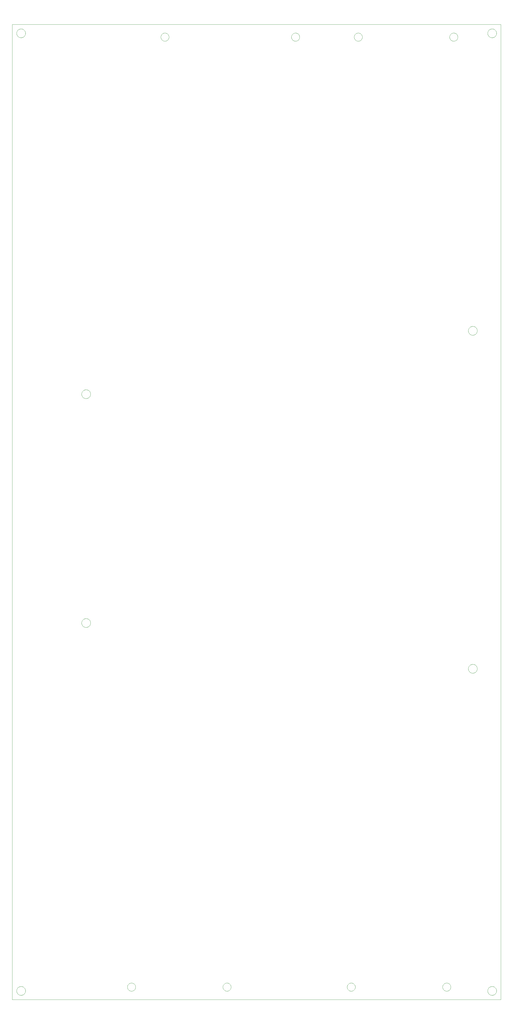
<source format=gm1>
G75*
G70*
%OFA0B0*%
%FSLAX24Y24*%
%IPPOS*%
%LPD*%
%AMOC8*
5,1,8,0,0,1.08239X$1,22.5*
%
%ADD10C,0.0000*%
D10*
X000100Y002625D02*
X000100Y141125D01*
X069600Y141125D01*
X069600Y002625D01*
X000100Y002625D01*
X000720Y003875D02*
X000722Y003925D01*
X000728Y003975D01*
X000738Y004024D01*
X000752Y004072D01*
X000769Y004119D01*
X000790Y004164D01*
X000815Y004208D01*
X000843Y004249D01*
X000875Y004288D01*
X000909Y004325D01*
X000946Y004359D01*
X000986Y004389D01*
X001028Y004416D01*
X001072Y004440D01*
X001118Y004461D01*
X001165Y004477D01*
X001213Y004490D01*
X001263Y004499D01*
X001312Y004504D01*
X001363Y004505D01*
X001413Y004502D01*
X001462Y004495D01*
X001511Y004484D01*
X001559Y004469D01*
X001605Y004451D01*
X001650Y004429D01*
X001693Y004403D01*
X001734Y004374D01*
X001773Y004342D01*
X001809Y004307D01*
X001841Y004269D01*
X001871Y004229D01*
X001898Y004186D01*
X001921Y004142D01*
X001940Y004096D01*
X001956Y004048D01*
X001968Y003999D01*
X001976Y003950D01*
X001980Y003900D01*
X001980Y003850D01*
X001976Y003800D01*
X001968Y003751D01*
X001956Y003702D01*
X001940Y003654D01*
X001921Y003608D01*
X001898Y003564D01*
X001871Y003521D01*
X001841Y003481D01*
X001809Y003443D01*
X001773Y003408D01*
X001734Y003376D01*
X001693Y003347D01*
X001650Y003321D01*
X001605Y003299D01*
X001559Y003281D01*
X001511Y003266D01*
X001462Y003255D01*
X001413Y003248D01*
X001363Y003245D01*
X001312Y003246D01*
X001263Y003251D01*
X001213Y003260D01*
X001165Y003273D01*
X001118Y003289D01*
X001072Y003310D01*
X001028Y003334D01*
X000986Y003361D01*
X000946Y003391D01*
X000909Y003425D01*
X000875Y003462D01*
X000843Y003501D01*
X000815Y003542D01*
X000790Y003586D01*
X000769Y003631D01*
X000752Y003678D01*
X000738Y003726D01*
X000728Y003775D01*
X000722Y003825D01*
X000720Y003875D01*
X016480Y004415D02*
X016482Y004463D01*
X016488Y004510D01*
X016498Y004557D01*
X016511Y004603D01*
X016529Y004648D01*
X016550Y004691D01*
X016574Y004732D01*
X016602Y004771D01*
X016633Y004808D01*
X016667Y004842D01*
X016704Y004873D01*
X016743Y004901D01*
X016784Y004925D01*
X016827Y004946D01*
X016872Y004964D01*
X016918Y004977D01*
X016965Y004987D01*
X017012Y004993D01*
X017060Y004995D01*
X017108Y004993D01*
X017155Y004987D01*
X017202Y004977D01*
X017248Y004964D01*
X017293Y004946D01*
X017336Y004925D01*
X017377Y004901D01*
X017416Y004873D01*
X017453Y004842D01*
X017487Y004808D01*
X017518Y004771D01*
X017546Y004732D01*
X017570Y004691D01*
X017591Y004648D01*
X017609Y004603D01*
X017622Y004557D01*
X017632Y004510D01*
X017638Y004463D01*
X017640Y004415D01*
X017638Y004367D01*
X017632Y004320D01*
X017622Y004273D01*
X017609Y004227D01*
X017591Y004182D01*
X017570Y004139D01*
X017546Y004098D01*
X017518Y004059D01*
X017487Y004022D01*
X017453Y003988D01*
X017416Y003957D01*
X017377Y003929D01*
X017336Y003905D01*
X017293Y003884D01*
X017248Y003866D01*
X017202Y003853D01*
X017155Y003843D01*
X017108Y003837D01*
X017060Y003835D01*
X017012Y003837D01*
X016965Y003843D01*
X016918Y003853D01*
X016872Y003866D01*
X016827Y003884D01*
X016784Y003905D01*
X016743Y003929D01*
X016704Y003957D01*
X016667Y003988D01*
X016633Y004022D01*
X016602Y004059D01*
X016574Y004098D01*
X016550Y004139D01*
X016529Y004182D01*
X016511Y004227D01*
X016498Y004273D01*
X016488Y004320D01*
X016482Y004367D01*
X016480Y004415D01*
X030060Y004415D02*
X030062Y004463D01*
X030068Y004510D01*
X030078Y004557D01*
X030091Y004603D01*
X030109Y004648D01*
X030130Y004691D01*
X030154Y004732D01*
X030182Y004771D01*
X030213Y004808D01*
X030247Y004842D01*
X030284Y004873D01*
X030323Y004901D01*
X030364Y004925D01*
X030407Y004946D01*
X030452Y004964D01*
X030498Y004977D01*
X030545Y004987D01*
X030592Y004993D01*
X030640Y004995D01*
X030688Y004993D01*
X030735Y004987D01*
X030782Y004977D01*
X030828Y004964D01*
X030873Y004946D01*
X030916Y004925D01*
X030957Y004901D01*
X030996Y004873D01*
X031033Y004842D01*
X031067Y004808D01*
X031098Y004771D01*
X031126Y004732D01*
X031150Y004691D01*
X031171Y004648D01*
X031189Y004603D01*
X031202Y004557D01*
X031212Y004510D01*
X031218Y004463D01*
X031220Y004415D01*
X031218Y004367D01*
X031212Y004320D01*
X031202Y004273D01*
X031189Y004227D01*
X031171Y004182D01*
X031150Y004139D01*
X031126Y004098D01*
X031098Y004059D01*
X031067Y004022D01*
X031033Y003988D01*
X030996Y003957D01*
X030957Y003929D01*
X030916Y003905D01*
X030873Y003884D01*
X030828Y003866D01*
X030782Y003853D01*
X030735Y003843D01*
X030688Y003837D01*
X030640Y003835D01*
X030592Y003837D01*
X030545Y003843D01*
X030498Y003853D01*
X030452Y003866D01*
X030407Y003884D01*
X030364Y003905D01*
X030323Y003929D01*
X030284Y003957D01*
X030247Y003988D01*
X030213Y004022D01*
X030182Y004059D01*
X030154Y004098D01*
X030130Y004139D01*
X030109Y004182D01*
X030091Y004227D01*
X030078Y004273D01*
X030068Y004320D01*
X030062Y004367D01*
X030060Y004415D01*
X047730Y004415D02*
X047732Y004463D01*
X047738Y004510D01*
X047748Y004557D01*
X047761Y004603D01*
X047779Y004648D01*
X047800Y004691D01*
X047824Y004732D01*
X047852Y004771D01*
X047883Y004808D01*
X047917Y004842D01*
X047954Y004873D01*
X047993Y004901D01*
X048034Y004925D01*
X048077Y004946D01*
X048122Y004964D01*
X048168Y004977D01*
X048215Y004987D01*
X048262Y004993D01*
X048310Y004995D01*
X048358Y004993D01*
X048405Y004987D01*
X048452Y004977D01*
X048498Y004964D01*
X048543Y004946D01*
X048586Y004925D01*
X048627Y004901D01*
X048666Y004873D01*
X048703Y004842D01*
X048737Y004808D01*
X048768Y004771D01*
X048796Y004732D01*
X048820Y004691D01*
X048841Y004648D01*
X048859Y004603D01*
X048872Y004557D01*
X048882Y004510D01*
X048888Y004463D01*
X048890Y004415D01*
X048888Y004367D01*
X048882Y004320D01*
X048872Y004273D01*
X048859Y004227D01*
X048841Y004182D01*
X048820Y004139D01*
X048796Y004098D01*
X048768Y004059D01*
X048737Y004022D01*
X048703Y003988D01*
X048666Y003957D01*
X048627Y003929D01*
X048586Y003905D01*
X048543Y003884D01*
X048498Y003866D01*
X048452Y003853D01*
X048405Y003843D01*
X048358Y003837D01*
X048310Y003835D01*
X048262Y003837D01*
X048215Y003843D01*
X048168Y003853D01*
X048122Y003866D01*
X048077Y003884D01*
X048034Y003905D01*
X047993Y003929D01*
X047954Y003957D01*
X047917Y003988D01*
X047883Y004022D01*
X047852Y004059D01*
X047824Y004098D01*
X047800Y004139D01*
X047779Y004182D01*
X047761Y004227D01*
X047748Y004273D01*
X047738Y004320D01*
X047732Y004367D01*
X047730Y004415D01*
X061310Y004415D02*
X061312Y004463D01*
X061318Y004510D01*
X061328Y004557D01*
X061341Y004603D01*
X061359Y004648D01*
X061380Y004691D01*
X061404Y004732D01*
X061432Y004771D01*
X061463Y004808D01*
X061497Y004842D01*
X061534Y004873D01*
X061573Y004901D01*
X061614Y004925D01*
X061657Y004946D01*
X061702Y004964D01*
X061748Y004977D01*
X061795Y004987D01*
X061842Y004993D01*
X061890Y004995D01*
X061938Y004993D01*
X061985Y004987D01*
X062032Y004977D01*
X062078Y004964D01*
X062123Y004946D01*
X062166Y004925D01*
X062207Y004901D01*
X062246Y004873D01*
X062283Y004842D01*
X062317Y004808D01*
X062348Y004771D01*
X062376Y004732D01*
X062400Y004691D01*
X062421Y004648D01*
X062439Y004603D01*
X062452Y004557D01*
X062462Y004510D01*
X062468Y004463D01*
X062470Y004415D01*
X062468Y004367D01*
X062462Y004320D01*
X062452Y004273D01*
X062439Y004227D01*
X062421Y004182D01*
X062400Y004139D01*
X062376Y004098D01*
X062348Y004059D01*
X062317Y004022D01*
X062283Y003988D01*
X062246Y003957D01*
X062207Y003929D01*
X062166Y003905D01*
X062123Y003884D01*
X062078Y003866D01*
X062032Y003853D01*
X061985Y003843D01*
X061938Y003837D01*
X061890Y003835D01*
X061842Y003837D01*
X061795Y003843D01*
X061748Y003853D01*
X061702Y003866D01*
X061657Y003884D01*
X061614Y003905D01*
X061573Y003929D01*
X061534Y003957D01*
X061497Y003988D01*
X061463Y004022D01*
X061432Y004059D01*
X061404Y004098D01*
X061380Y004139D01*
X061359Y004182D01*
X061341Y004227D01*
X061328Y004273D01*
X061318Y004320D01*
X061312Y004367D01*
X061310Y004415D01*
X067720Y003875D02*
X067722Y003925D01*
X067728Y003975D01*
X067738Y004024D01*
X067752Y004072D01*
X067769Y004119D01*
X067790Y004164D01*
X067815Y004208D01*
X067843Y004249D01*
X067875Y004288D01*
X067909Y004325D01*
X067946Y004359D01*
X067986Y004389D01*
X068028Y004416D01*
X068072Y004440D01*
X068118Y004461D01*
X068165Y004477D01*
X068213Y004490D01*
X068263Y004499D01*
X068312Y004504D01*
X068363Y004505D01*
X068413Y004502D01*
X068462Y004495D01*
X068511Y004484D01*
X068559Y004469D01*
X068605Y004451D01*
X068650Y004429D01*
X068693Y004403D01*
X068734Y004374D01*
X068773Y004342D01*
X068809Y004307D01*
X068841Y004269D01*
X068871Y004229D01*
X068898Y004186D01*
X068921Y004142D01*
X068940Y004096D01*
X068956Y004048D01*
X068968Y003999D01*
X068976Y003950D01*
X068980Y003900D01*
X068980Y003850D01*
X068976Y003800D01*
X068968Y003751D01*
X068956Y003702D01*
X068940Y003654D01*
X068921Y003608D01*
X068898Y003564D01*
X068871Y003521D01*
X068841Y003481D01*
X068809Y003443D01*
X068773Y003408D01*
X068734Y003376D01*
X068693Y003347D01*
X068650Y003321D01*
X068605Y003299D01*
X068559Y003281D01*
X068511Y003266D01*
X068462Y003255D01*
X068413Y003248D01*
X068363Y003245D01*
X068312Y003246D01*
X068263Y003251D01*
X068213Y003260D01*
X068165Y003273D01*
X068118Y003289D01*
X068072Y003310D01*
X068028Y003334D01*
X067986Y003361D01*
X067946Y003391D01*
X067909Y003425D01*
X067875Y003462D01*
X067843Y003501D01*
X067815Y003542D01*
X067790Y003586D01*
X067769Y003631D01*
X067752Y003678D01*
X067738Y003726D01*
X067728Y003775D01*
X067722Y003825D01*
X067720Y003875D01*
X064970Y049625D02*
X064972Y049675D01*
X064978Y049725D01*
X064988Y049774D01*
X065002Y049822D01*
X065019Y049869D01*
X065040Y049914D01*
X065065Y049958D01*
X065093Y049999D01*
X065125Y050038D01*
X065159Y050075D01*
X065196Y050109D01*
X065236Y050139D01*
X065278Y050166D01*
X065322Y050190D01*
X065368Y050211D01*
X065415Y050227D01*
X065463Y050240D01*
X065513Y050249D01*
X065562Y050254D01*
X065613Y050255D01*
X065663Y050252D01*
X065712Y050245D01*
X065761Y050234D01*
X065809Y050219D01*
X065855Y050201D01*
X065900Y050179D01*
X065943Y050153D01*
X065984Y050124D01*
X066023Y050092D01*
X066059Y050057D01*
X066091Y050019D01*
X066121Y049979D01*
X066148Y049936D01*
X066171Y049892D01*
X066190Y049846D01*
X066206Y049798D01*
X066218Y049749D01*
X066226Y049700D01*
X066230Y049650D01*
X066230Y049600D01*
X066226Y049550D01*
X066218Y049501D01*
X066206Y049452D01*
X066190Y049404D01*
X066171Y049358D01*
X066148Y049314D01*
X066121Y049271D01*
X066091Y049231D01*
X066059Y049193D01*
X066023Y049158D01*
X065984Y049126D01*
X065943Y049097D01*
X065900Y049071D01*
X065855Y049049D01*
X065809Y049031D01*
X065761Y049016D01*
X065712Y049005D01*
X065663Y048998D01*
X065613Y048995D01*
X065562Y048996D01*
X065513Y049001D01*
X065463Y049010D01*
X065415Y049023D01*
X065368Y049039D01*
X065322Y049060D01*
X065278Y049084D01*
X065236Y049111D01*
X065196Y049141D01*
X065159Y049175D01*
X065125Y049212D01*
X065093Y049251D01*
X065065Y049292D01*
X065040Y049336D01*
X065019Y049381D01*
X065002Y049428D01*
X064988Y049476D01*
X064978Y049525D01*
X064972Y049575D01*
X064970Y049625D01*
X064970Y097625D02*
X064972Y097675D01*
X064978Y097725D01*
X064988Y097774D01*
X065002Y097822D01*
X065019Y097869D01*
X065040Y097914D01*
X065065Y097958D01*
X065093Y097999D01*
X065125Y098038D01*
X065159Y098075D01*
X065196Y098109D01*
X065236Y098139D01*
X065278Y098166D01*
X065322Y098190D01*
X065368Y098211D01*
X065415Y098227D01*
X065463Y098240D01*
X065513Y098249D01*
X065562Y098254D01*
X065613Y098255D01*
X065663Y098252D01*
X065712Y098245D01*
X065761Y098234D01*
X065809Y098219D01*
X065855Y098201D01*
X065900Y098179D01*
X065943Y098153D01*
X065984Y098124D01*
X066023Y098092D01*
X066059Y098057D01*
X066091Y098019D01*
X066121Y097979D01*
X066148Y097936D01*
X066171Y097892D01*
X066190Y097846D01*
X066206Y097798D01*
X066218Y097749D01*
X066226Y097700D01*
X066230Y097650D01*
X066230Y097600D01*
X066226Y097550D01*
X066218Y097501D01*
X066206Y097452D01*
X066190Y097404D01*
X066171Y097358D01*
X066148Y097314D01*
X066121Y097271D01*
X066091Y097231D01*
X066059Y097193D01*
X066023Y097158D01*
X065984Y097126D01*
X065943Y097097D01*
X065900Y097071D01*
X065855Y097049D01*
X065809Y097031D01*
X065761Y097016D01*
X065712Y097005D01*
X065663Y096998D01*
X065613Y096995D01*
X065562Y096996D01*
X065513Y097001D01*
X065463Y097010D01*
X065415Y097023D01*
X065368Y097039D01*
X065322Y097060D01*
X065278Y097084D01*
X065236Y097111D01*
X065196Y097141D01*
X065159Y097175D01*
X065125Y097212D01*
X065093Y097251D01*
X065065Y097292D01*
X065040Y097336D01*
X065019Y097381D01*
X065002Y097428D01*
X064988Y097476D01*
X064978Y097525D01*
X064972Y097575D01*
X064970Y097625D01*
X062310Y139335D02*
X062312Y139383D01*
X062318Y139430D01*
X062328Y139477D01*
X062341Y139523D01*
X062359Y139568D01*
X062380Y139611D01*
X062404Y139652D01*
X062432Y139691D01*
X062463Y139728D01*
X062497Y139762D01*
X062534Y139793D01*
X062573Y139821D01*
X062614Y139845D01*
X062657Y139866D01*
X062702Y139884D01*
X062748Y139897D01*
X062795Y139907D01*
X062842Y139913D01*
X062890Y139915D01*
X062938Y139913D01*
X062985Y139907D01*
X063032Y139897D01*
X063078Y139884D01*
X063123Y139866D01*
X063166Y139845D01*
X063207Y139821D01*
X063246Y139793D01*
X063283Y139762D01*
X063317Y139728D01*
X063348Y139691D01*
X063376Y139652D01*
X063400Y139611D01*
X063421Y139568D01*
X063439Y139523D01*
X063452Y139477D01*
X063462Y139430D01*
X063468Y139383D01*
X063470Y139335D01*
X063468Y139287D01*
X063462Y139240D01*
X063452Y139193D01*
X063439Y139147D01*
X063421Y139102D01*
X063400Y139059D01*
X063376Y139018D01*
X063348Y138979D01*
X063317Y138942D01*
X063283Y138908D01*
X063246Y138877D01*
X063207Y138849D01*
X063166Y138825D01*
X063123Y138804D01*
X063078Y138786D01*
X063032Y138773D01*
X062985Y138763D01*
X062938Y138757D01*
X062890Y138755D01*
X062842Y138757D01*
X062795Y138763D01*
X062748Y138773D01*
X062702Y138786D01*
X062657Y138804D01*
X062614Y138825D01*
X062573Y138849D01*
X062534Y138877D01*
X062497Y138908D01*
X062463Y138942D01*
X062432Y138979D01*
X062404Y139018D01*
X062380Y139059D01*
X062359Y139102D01*
X062341Y139147D01*
X062328Y139193D01*
X062318Y139240D01*
X062312Y139287D01*
X062310Y139335D01*
X067720Y139875D02*
X067722Y139925D01*
X067728Y139975D01*
X067738Y140024D01*
X067752Y140072D01*
X067769Y140119D01*
X067790Y140164D01*
X067815Y140208D01*
X067843Y140249D01*
X067875Y140288D01*
X067909Y140325D01*
X067946Y140359D01*
X067986Y140389D01*
X068028Y140416D01*
X068072Y140440D01*
X068118Y140461D01*
X068165Y140477D01*
X068213Y140490D01*
X068263Y140499D01*
X068312Y140504D01*
X068363Y140505D01*
X068413Y140502D01*
X068462Y140495D01*
X068511Y140484D01*
X068559Y140469D01*
X068605Y140451D01*
X068650Y140429D01*
X068693Y140403D01*
X068734Y140374D01*
X068773Y140342D01*
X068809Y140307D01*
X068841Y140269D01*
X068871Y140229D01*
X068898Y140186D01*
X068921Y140142D01*
X068940Y140096D01*
X068956Y140048D01*
X068968Y139999D01*
X068976Y139950D01*
X068980Y139900D01*
X068980Y139850D01*
X068976Y139800D01*
X068968Y139751D01*
X068956Y139702D01*
X068940Y139654D01*
X068921Y139608D01*
X068898Y139564D01*
X068871Y139521D01*
X068841Y139481D01*
X068809Y139443D01*
X068773Y139408D01*
X068734Y139376D01*
X068693Y139347D01*
X068650Y139321D01*
X068605Y139299D01*
X068559Y139281D01*
X068511Y139266D01*
X068462Y139255D01*
X068413Y139248D01*
X068363Y139245D01*
X068312Y139246D01*
X068263Y139251D01*
X068213Y139260D01*
X068165Y139273D01*
X068118Y139289D01*
X068072Y139310D01*
X068028Y139334D01*
X067986Y139361D01*
X067946Y139391D01*
X067909Y139425D01*
X067875Y139462D01*
X067843Y139501D01*
X067815Y139542D01*
X067790Y139586D01*
X067769Y139631D01*
X067752Y139678D01*
X067738Y139726D01*
X067728Y139775D01*
X067722Y139825D01*
X067720Y139875D01*
X048730Y139335D02*
X048732Y139383D01*
X048738Y139430D01*
X048748Y139477D01*
X048761Y139523D01*
X048779Y139568D01*
X048800Y139611D01*
X048824Y139652D01*
X048852Y139691D01*
X048883Y139728D01*
X048917Y139762D01*
X048954Y139793D01*
X048993Y139821D01*
X049034Y139845D01*
X049077Y139866D01*
X049122Y139884D01*
X049168Y139897D01*
X049215Y139907D01*
X049262Y139913D01*
X049310Y139915D01*
X049358Y139913D01*
X049405Y139907D01*
X049452Y139897D01*
X049498Y139884D01*
X049543Y139866D01*
X049586Y139845D01*
X049627Y139821D01*
X049666Y139793D01*
X049703Y139762D01*
X049737Y139728D01*
X049768Y139691D01*
X049796Y139652D01*
X049820Y139611D01*
X049841Y139568D01*
X049859Y139523D01*
X049872Y139477D01*
X049882Y139430D01*
X049888Y139383D01*
X049890Y139335D01*
X049888Y139287D01*
X049882Y139240D01*
X049872Y139193D01*
X049859Y139147D01*
X049841Y139102D01*
X049820Y139059D01*
X049796Y139018D01*
X049768Y138979D01*
X049737Y138942D01*
X049703Y138908D01*
X049666Y138877D01*
X049627Y138849D01*
X049586Y138825D01*
X049543Y138804D01*
X049498Y138786D01*
X049452Y138773D01*
X049405Y138763D01*
X049358Y138757D01*
X049310Y138755D01*
X049262Y138757D01*
X049215Y138763D01*
X049168Y138773D01*
X049122Y138786D01*
X049077Y138804D01*
X049034Y138825D01*
X048993Y138849D01*
X048954Y138877D01*
X048917Y138908D01*
X048883Y138942D01*
X048852Y138979D01*
X048824Y139018D01*
X048800Y139059D01*
X048779Y139102D01*
X048761Y139147D01*
X048748Y139193D01*
X048738Y139240D01*
X048732Y139287D01*
X048730Y139335D01*
X039810Y139335D02*
X039812Y139383D01*
X039818Y139430D01*
X039828Y139477D01*
X039841Y139523D01*
X039859Y139568D01*
X039880Y139611D01*
X039904Y139652D01*
X039932Y139691D01*
X039963Y139728D01*
X039997Y139762D01*
X040034Y139793D01*
X040073Y139821D01*
X040114Y139845D01*
X040157Y139866D01*
X040202Y139884D01*
X040248Y139897D01*
X040295Y139907D01*
X040342Y139913D01*
X040390Y139915D01*
X040438Y139913D01*
X040485Y139907D01*
X040532Y139897D01*
X040578Y139884D01*
X040623Y139866D01*
X040666Y139845D01*
X040707Y139821D01*
X040746Y139793D01*
X040783Y139762D01*
X040817Y139728D01*
X040848Y139691D01*
X040876Y139652D01*
X040900Y139611D01*
X040921Y139568D01*
X040939Y139523D01*
X040952Y139477D01*
X040962Y139430D01*
X040968Y139383D01*
X040970Y139335D01*
X040968Y139287D01*
X040962Y139240D01*
X040952Y139193D01*
X040939Y139147D01*
X040921Y139102D01*
X040900Y139059D01*
X040876Y139018D01*
X040848Y138979D01*
X040817Y138942D01*
X040783Y138908D01*
X040746Y138877D01*
X040707Y138849D01*
X040666Y138825D01*
X040623Y138804D01*
X040578Y138786D01*
X040532Y138773D01*
X040485Y138763D01*
X040438Y138757D01*
X040390Y138755D01*
X040342Y138757D01*
X040295Y138763D01*
X040248Y138773D01*
X040202Y138786D01*
X040157Y138804D01*
X040114Y138825D01*
X040073Y138849D01*
X040034Y138877D01*
X039997Y138908D01*
X039963Y138942D01*
X039932Y138979D01*
X039904Y139018D01*
X039880Y139059D01*
X039859Y139102D01*
X039841Y139147D01*
X039828Y139193D01*
X039818Y139240D01*
X039812Y139287D01*
X039810Y139335D01*
X021230Y139335D02*
X021232Y139383D01*
X021238Y139430D01*
X021248Y139477D01*
X021261Y139523D01*
X021279Y139568D01*
X021300Y139611D01*
X021324Y139652D01*
X021352Y139691D01*
X021383Y139728D01*
X021417Y139762D01*
X021454Y139793D01*
X021493Y139821D01*
X021534Y139845D01*
X021577Y139866D01*
X021622Y139884D01*
X021668Y139897D01*
X021715Y139907D01*
X021762Y139913D01*
X021810Y139915D01*
X021858Y139913D01*
X021905Y139907D01*
X021952Y139897D01*
X021998Y139884D01*
X022043Y139866D01*
X022086Y139845D01*
X022127Y139821D01*
X022166Y139793D01*
X022203Y139762D01*
X022237Y139728D01*
X022268Y139691D01*
X022296Y139652D01*
X022320Y139611D01*
X022341Y139568D01*
X022359Y139523D01*
X022372Y139477D01*
X022382Y139430D01*
X022388Y139383D01*
X022390Y139335D01*
X022388Y139287D01*
X022382Y139240D01*
X022372Y139193D01*
X022359Y139147D01*
X022341Y139102D01*
X022320Y139059D01*
X022296Y139018D01*
X022268Y138979D01*
X022237Y138942D01*
X022203Y138908D01*
X022166Y138877D01*
X022127Y138849D01*
X022086Y138825D01*
X022043Y138804D01*
X021998Y138786D01*
X021952Y138773D01*
X021905Y138763D01*
X021858Y138757D01*
X021810Y138755D01*
X021762Y138757D01*
X021715Y138763D01*
X021668Y138773D01*
X021622Y138786D01*
X021577Y138804D01*
X021534Y138825D01*
X021493Y138849D01*
X021454Y138877D01*
X021417Y138908D01*
X021383Y138942D01*
X021352Y138979D01*
X021324Y139018D01*
X021300Y139059D01*
X021279Y139102D01*
X021261Y139147D01*
X021248Y139193D01*
X021238Y139240D01*
X021232Y139287D01*
X021230Y139335D01*
X000720Y139875D02*
X000722Y139925D01*
X000728Y139975D01*
X000738Y140024D01*
X000752Y140072D01*
X000769Y140119D01*
X000790Y140164D01*
X000815Y140208D01*
X000843Y140249D01*
X000875Y140288D01*
X000909Y140325D01*
X000946Y140359D01*
X000986Y140389D01*
X001028Y140416D01*
X001072Y140440D01*
X001118Y140461D01*
X001165Y140477D01*
X001213Y140490D01*
X001263Y140499D01*
X001312Y140504D01*
X001363Y140505D01*
X001413Y140502D01*
X001462Y140495D01*
X001511Y140484D01*
X001559Y140469D01*
X001605Y140451D01*
X001650Y140429D01*
X001693Y140403D01*
X001734Y140374D01*
X001773Y140342D01*
X001809Y140307D01*
X001841Y140269D01*
X001871Y140229D01*
X001898Y140186D01*
X001921Y140142D01*
X001940Y140096D01*
X001956Y140048D01*
X001968Y139999D01*
X001976Y139950D01*
X001980Y139900D01*
X001980Y139850D01*
X001976Y139800D01*
X001968Y139751D01*
X001956Y139702D01*
X001940Y139654D01*
X001921Y139608D01*
X001898Y139564D01*
X001871Y139521D01*
X001841Y139481D01*
X001809Y139443D01*
X001773Y139408D01*
X001734Y139376D01*
X001693Y139347D01*
X001650Y139321D01*
X001605Y139299D01*
X001559Y139281D01*
X001511Y139266D01*
X001462Y139255D01*
X001413Y139248D01*
X001363Y139245D01*
X001312Y139246D01*
X001263Y139251D01*
X001213Y139260D01*
X001165Y139273D01*
X001118Y139289D01*
X001072Y139310D01*
X001028Y139334D01*
X000986Y139361D01*
X000946Y139391D01*
X000909Y139425D01*
X000875Y139462D01*
X000843Y139501D01*
X000815Y139542D01*
X000790Y139586D01*
X000769Y139631D01*
X000752Y139678D01*
X000738Y139726D01*
X000728Y139775D01*
X000722Y139825D01*
X000720Y139875D01*
X009970Y088625D02*
X009972Y088675D01*
X009978Y088725D01*
X009988Y088774D01*
X010002Y088822D01*
X010019Y088869D01*
X010040Y088914D01*
X010065Y088958D01*
X010093Y088999D01*
X010125Y089038D01*
X010159Y089075D01*
X010196Y089109D01*
X010236Y089139D01*
X010278Y089166D01*
X010322Y089190D01*
X010368Y089211D01*
X010415Y089227D01*
X010463Y089240D01*
X010513Y089249D01*
X010562Y089254D01*
X010613Y089255D01*
X010663Y089252D01*
X010712Y089245D01*
X010761Y089234D01*
X010809Y089219D01*
X010855Y089201D01*
X010900Y089179D01*
X010943Y089153D01*
X010984Y089124D01*
X011023Y089092D01*
X011059Y089057D01*
X011091Y089019D01*
X011121Y088979D01*
X011148Y088936D01*
X011171Y088892D01*
X011190Y088846D01*
X011206Y088798D01*
X011218Y088749D01*
X011226Y088700D01*
X011230Y088650D01*
X011230Y088600D01*
X011226Y088550D01*
X011218Y088501D01*
X011206Y088452D01*
X011190Y088404D01*
X011171Y088358D01*
X011148Y088314D01*
X011121Y088271D01*
X011091Y088231D01*
X011059Y088193D01*
X011023Y088158D01*
X010984Y088126D01*
X010943Y088097D01*
X010900Y088071D01*
X010855Y088049D01*
X010809Y088031D01*
X010761Y088016D01*
X010712Y088005D01*
X010663Y087998D01*
X010613Y087995D01*
X010562Y087996D01*
X010513Y088001D01*
X010463Y088010D01*
X010415Y088023D01*
X010368Y088039D01*
X010322Y088060D01*
X010278Y088084D01*
X010236Y088111D01*
X010196Y088141D01*
X010159Y088175D01*
X010125Y088212D01*
X010093Y088251D01*
X010065Y088292D01*
X010040Y088336D01*
X010019Y088381D01*
X010002Y088428D01*
X009988Y088476D01*
X009978Y088525D01*
X009972Y088575D01*
X009970Y088625D01*
X009970Y056125D02*
X009972Y056175D01*
X009978Y056225D01*
X009988Y056274D01*
X010002Y056322D01*
X010019Y056369D01*
X010040Y056414D01*
X010065Y056458D01*
X010093Y056499D01*
X010125Y056538D01*
X010159Y056575D01*
X010196Y056609D01*
X010236Y056639D01*
X010278Y056666D01*
X010322Y056690D01*
X010368Y056711D01*
X010415Y056727D01*
X010463Y056740D01*
X010513Y056749D01*
X010562Y056754D01*
X010613Y056755D01*
X010663Y056752D01*
X010712Y056745D01*
X010761Y056734D01*
X010809Y056719D01*
X010855Y056701D01*
X010900Y056679D01*
X010943Y056653D01*
X010984Y056624D01*
X011023Y056592D01*
X011059Y056557D01*
X011091Y056519D01*
X011121Y056479D01*
X011148Y056436D01*
X011171Y056392D01*
X011190Y056346D01*
X011206Y056298D01*
X011218Y056249D01*
X011226Y056200D01*
X011230Y056150D01*
X011230Y056100D01*
X011226Y056050D01*
X011218Y056001D01*
X011206Y055952D01*
X011190Y055904D01*
X011171Y055858D01*
X011148Y055814D01*
X011121Y055771D01*
X011091Y055731D01*
X011059Y055693D01*
X011023Y055658D01*
X010984Y055626D01*
X010943Y055597D01*
X010900Y055571D01*
X010855Y055549D01*
X010809Y055531D01*
X010761Y055516D01*
X010712Y055505D01*
X010663Y055498D01*
X010613Y055495D01*
X010562Y055496D01*
X010513Y055501D01*
X010463Y055510D01*
X010415Y055523D01*
X010368Y055539D01*
X010322Y055560D01*
X010278Y055584D01*
X010236Y055611D01*
X010196Y055641D01*
X010159Y055675D01*
X010125Y055712D01*
X010093Y055751D01*
X010065Y055792D01*
X010040Y055836D01*
X010019Y055881D01*
X010002Y055928D01*
X009988Y055976D01*
X009978Y056025D01*
X009972Y056075D01*
X009970Y056125D01*
M02*

</source>
